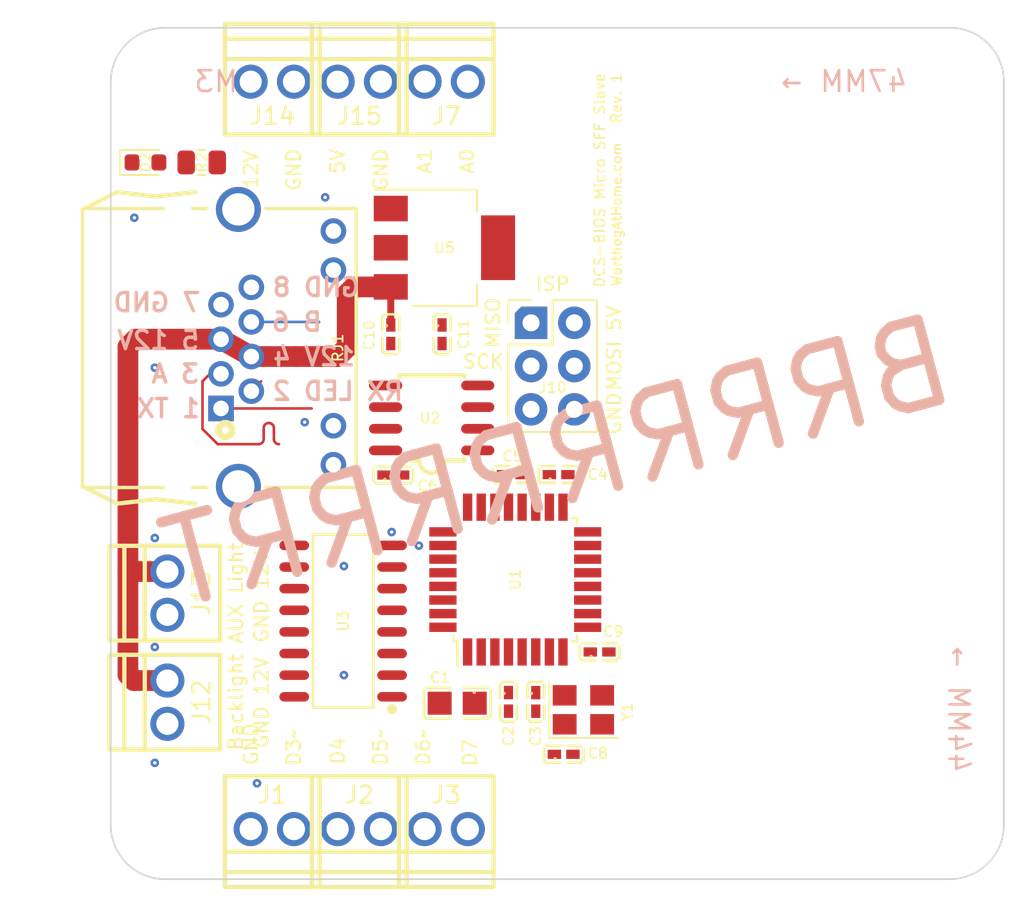
<source format=kicad_pcb>
(kicad_pcb (version 20211014) (generator pcbnew)
  (title_block (title "DCS-BIOS Micro SFF Slave") (date "2022-12-04") (rev "1"))
  (layers (0 "F.Cu" signal) (31 "B.Cu" signal) (34 "B.Paste" user) (35 "F.Paste" user) (36 "B.SilkS" user "B.Silkscreen") (37 "F.SilkS" user "F.Silkscreen") (38 "B.Mask" user) (39 "F.Mask" user) (44 "Edge.Cuts" user))
  (net 0 "")
  (net 1 "+5V")
  (net 2 "Net-(C5-Pad2)")
  (net 3 "RESET")
  (net 4 "XTAL1")
  (net 5 "XTAL2")
  (net 6 "Net-(D2-Pad2)")
  (net 7 "D2")
  (net 8 "D3")
  (net 9 "D4")
  (net 10 "D5")
  (net 11 "D6")
  (net 12 "D7")
  (net 13 "D8")
  (net 14 "D9")
  (net 15 "D10")
  (net 16 "D11")
  (net 17 "D12")
  (net 18 "D13")
  (net 19 "A0")
  (net 20 "A1")
  (net 21 "A2")
  (net 22 "A3")
  (net 23 "A4")
  (net 24 "A5")
  (net 25 "TXD")
  (net 26 "RXD")
  (net 27 "RS485+")
  (net 28 "+12V")
  (net 29 "RS485-")
  (net 30 "A6")
  (net 31 "A7")
  (net 32 "BACKLIGHT_BASE")
  (net 33 "AUX_BASE")
  (net 37 "AUX_GND")
  (net 38 "BACKLIGHT_GND")
  (net 39 "GND")
  (footprint "Connector_PinHeader_2.54mm:PinHeader_2x03_P2.54mm_Vertical" (layer "F.Cu") (at 126.91287 97.25665)
    (fp_text reference "J10" (at 1.27 3.795) (layer "F.SilkS") (effects (font (size 0.6096 0.6096) (thickness 0.1016))))
    (fp_text value "AVR-ISP-6")
    (fp_text user "5V" (at 4.87545 -0.27535 90 unlocked) (layer "F.SilkS") (effects (font (size 0.8128 0.8128) (thickness 0.127))))
    (fp_text user "MOSI" (at 4.87545 2.525 90 unlocked) (layer "F.SilkS") (effects (font (size 0.8128 0.8128) (thickness 0.127))))
    (fp_text user "GND" (at 4.87545 5.32535 90 unlocked) (layer "F.SilkS") (effects (font (size 0.8128 0.8128) (thickness 0.127))))
    (fp_text user "ISP" (at 1.275 -2.2756 unlocked) (layer "F.SilkS") (effects (font (size 0.8128 0.8128) (thickness 0.127))))
    (fp_text user "SCK" (at -1.52535 2.275 unlocked) (layer "F.SilkS") (effects (font (size 0.8128 0.8128) (thickness 0.127)) (justify right)))
    (fp_text user "MISO" (at -2.225 0 90 unlocked) (layer "F.SilkS") (effects (font (size 0.8128 0.8128) (thickness 0.127))))
    (fp_line (start -1.33 1.27) (end 1.27 1.27) (layer "F.SilkS") (width 0.12))
    (fp_line (start -1.33 -1.33) (end 0 -1.33) (layer "F.SilkS") (width 0.12))
    (fp_line (start 1.27 1.27) (end 1.27 -1.33) (layer "F.SilkS") (width 0.12))
    (fp_line (start -1.33 6.41) (end 3.87 6.41) (layer "F.SilkS") (width 0.12))
    (fp_line (start 1.27 -1.33) (end 3.87 -1.33) (layer "F.SilkS") (width 0.12))
    (fp_line (start -1.33 1.27) (end -1.33 6.41) (layer "F.SilkS") (width 0.12))
    (fp_line (start 3.87 -1.33) (end 3.87 6.41) (layer "F.SilkS") (width 0.12))
    (fp_line (start -1.33 0) (end -1.33 -1.33) (layer "F.SilkS") (width 0.12))
    (pad "1" thru_hole roundrect (at 0 0) (size 1.905 1.905) (drill 1) (layers *.Cu *.Mask) (roundrect_rratio 0) (chamfer_ratio 0.2) (chamfer top_left) (net 17 "D12"))
    (pad "2" thru_hole circle (at 2.54 0) (size 1.905 1.905) (drill 1) (layers *.Cu *.Mask) (net 1 "+5V"))
    (pad "3" thru_hole circle (at 0 2.54) (size 1.905 1.905) (drill 1) (layers *.Cu *.Mask) (net 18 "D13"))
    (pad "4" thru_hole circle (at 2.54 2.54) (size 1.905 1.905) (drill 1) (layers *.Cu *.Mask) (net 16 "D11"))
    (pad "5" thru_hole circle (at 0 5.08) (size 1.905 1.905) (drill 1) (layers *.Cu *.Mask) (net 3 "RESET"))
    (pad "6" thru_hole circle (at 2.54 5.08) (size 1.905 1.905) (drill 1) (layers *.Cu *.Mask) (net 39 "GND"))
  )
  (footprint "MountingHole:MountingHole_3.2mm_M3" (layer "F.Cu") (at 128.576942 127)
    (fp_text reference "H4" hide)
    (fp_text value "MountingHole")
    (pad "" np_thru_hole circle (at 0 0) (size 3.2 3.2) (drill 3.2) (layers *.Cu *.Mask))
  )
  (footprint "Resistor_SMD:R_0805_2012Metric" (layer "F.Cu") (at 107.576942 87.840588 180)
    (fp_text reference "R2" (at 0 0 90) (layer "F.SilkS") (effects (font (size 0.6096 0.6096) (thickness 0.1016))))
    (fp_text value "1.5K")
    (fp_line (start -0.227064 -0.735) (end 0.227064 -0.735) (layer "F.SilkS") (width 0.12))
    (fp_line (start -0.227064 0.735) (end 0.227064 0.735) (layer "F.SilkS") (width 0.12))
    (pad "1" smd roundrect (at -0.9125 0 180) (size 1.025 1.4) (layers "F.Cu" "F.Paste" "F.Mask") (roundrect_rratio 0.243902439) (net 1 "+5V"))
    (pad "2" smd roundrect (at 0.9125 0 180) (size 1.025 1.4) (layers "F.Cu" "F.Paste" "F.Mask") (roundrect_rratio 0.243902439) (net 6 "Net-(D2-Pad2)"))
  )
  (footprint "A10 KiCad Libraries:C0402" (layer "F.Cu") (at 118.826942 106.193616)
    (fp_text reference "C6" (at 2 0.646972) (layer "F.SilkS") (effects (font (size 0.6096 0.6096) (thickness 0.1016))))
    (fp_text value "1uF")
    (fp_line (start -0.226213 0.498603) (end -1.016307 0.498603) (layer "F.SilkS") (width 0.1524))
    (fp_line (start 0.226213 0.498603) (end 1.016307 0.498603) (layer "F.SilkS") (width 0.1524))
    (fp_line (start -1.016307 -0.498603) (end -0.226213 -0.498603) (layer "F.SilkS") (width 0.1524))
    (fp_line (start 1.168707 0.346203) (end 1.168707 -0.346203) (layer "F.SilkS") (width 0.1524))
    (fp_line (start -1.168707 0.346203) (end -1.168707 -0.346203) (layer "F.SilkS") (width 0.1524))
    (fp_line (start 1.016307 -0.498603) (end 0.226213 -0.498603) (layer "F.SilkS") (width 0.1524))
    (fp_arc (start 1.016307 0.498603) (mid 1.0609 0.390759) (end 1.168707 0.346076) (layer "F.SilkS") (width 0.1524))
    (fp_arc (start -1.016307 0.498603) (mid -1.092512 0.422405) (end -1.16871 0.3462) (layer "F.SilkS") (width 0.1524))
    (fp_circle (center -0.5 0.250013) (end -0.470003 0.250013) (layer "F.SilkS") (width 0.059995) (fill none))
    (pad "1" smd rect (at -0.545085 0) (size 0.790094 0.540005) (layers "F.Cu" "F.Paste" "F.Mask") (net 1 "+5V"))
    (pad "2" smd rect (at 0.545085 0) (size 0.790094 0.540005) (layers "F.Cu" "F.Paste" "F.Mask") (net 39 "GND"))
  )
  (footprint "Package_TO_SOT_SMD:SOT-223-3_TabPin2" (layer "F.Cu") (at 121.826942 92.84756)
    (fp_text reference "U5" (at 0 0) (layer "F.SilkS") (effects (font (size 0.6096 0.6096) (thickness 0.1016))))
    (fp_text value "AMS1117-5.0")
    (fp_line (start -1.85 3.41) (end 1.91 3.41) (layer "F.SilkS") (width 0.12))
    (fp_line (start -4.1 -3.41) (end 1.91 -3.41) (layer "F.SilkS") (width 0.12))
    (fp_line (start 1.91 3.41) (end 1.91 2.15) (layer "F.SilkS") (width 0.12))
    (fp_line (start 1.91 -3.41) (end 1.91 -2.15) (layer "F.SilkS") (width 0.12))
    (pad "1" smd rect (at -3.15 -2.3) (size 2 1.5) (layers "F.Cu" "F.Paste" "F.Mask") (net 39 "GND"))
    (pad "2" smd rect (at 3.15 0) (size 2 3.8) (layers "F.Cu" "F.Paste" "F.Mask") (net 1 "+5V"))
    (pad "2" smd rect (at -3.15 0) (size 2 1.5) (layers "F.Cu" "F.Paste" "F.Mask") (net 1 "+5V"))
    (pad "3" smd rect (at -3.15 2.3) (size 2 1.5) (layers "F.Cu" "F.Paste" "F.Mask") (net 28 "+12V"))
  )
  (footprint "MountingHole:MountingHole_3.2mm_M3" (layer "F.Cu") (at 105 127)
    (fp_text reference "H3" hide)
    (fp_text value "MountingHole")
    (pad "" np_thru_hole circle (at 0 0) (size 3.2 3.2) (drill 3.2) (layers *.Cu *.Mask))
  )
  (footprint "A10 KiCad Libraries:C0402" (layer "F.Cu") (at 127.187871 119.514392 -90)
    (fp_text reference "C3" (at 2.016282 0 90) (layer "F.SilkS") (effects (font (size 0.6096 0.6096) (thickness 0.1016))))
    (fp_text value "1uF")
    (fp_line (start 1.016307 -0.498603) (end 0.226213 -0.498603) (layer "F.SilkS") (width 0.1524))
    (fp_line (start 1.168707 0.346203) (end 1.168707 -0.346203) (layer "F.SilkS") (width 0.1524))
    (fp_line (start -1.016307 -0.498603) (end -0.226213 -0.498603) (layer "F.SilkS") (width 0.1524))
    (fp_line (start -0.226213 0.498603) (end -1.016307 0.498603) (layer "F.SilkS") (width 0.1524))
    (fp_line (start 0.226213 0.498603) (end 1.016307 0.498603) (layer "F.SilkS") (width 0.1524))
    (fp_line (start -1.168707 0.346203) (end -1.168707 -0.346203) (layer "F.SilkS") (width 0.1524))
    (fp_arc (start -1.016307 0.498603) (mid -1.092512 0.422405) (end -1.16871 0.3462) (layer "F.SilkS") (width 0.1524))
    (fp_arc (start 1.016307 0.498603) (mid 1.0609 0.390759) (end 1.168707 0.346076) (layer "F.SilkS") (width 0.1524))
    (fp_circle (center -0.5 0.250013) (end -0.470003 0.250013) (layer "F.SilkS") (width 0.059995) (fill none))
    (pad "1" smd rect (at -0.545085 0 270) (size 0.790094 0.540005) (layers "F.Cu" "F.Paste" "F.Mask") (net 1 "+5V"))
    (pad "2" smd rect (at 0.545085 0 270) (size 0.790094 0.540005) (layers "F.Cu" "F.Paste" "F.Mask") (net 39 "GND"))
  )
  (footprint "A10 KiCad Libraries:CONN-TH_XY308-2.54-2P" (layer "F.Cu") (at 116.826942 82.95005)
    (fp_text reference "J15" (at 0 2.159) (layer "F.SilkS"))
    (fp_text value "Screw_Terminal_01x02")
    (fp_text user "5V" (at -1.27 4.81861 90 unlocked) (layer "F.SilkS") (effects (font (size 0.8128 0.8128) (thickness 0.127))))
    (fp_text user "GND" (at 1.27 5.31861 90) (layer "F.SilkS") (effects (font (size 0.8128 0.8128) (thickness 0.127))))
    (fp_line (start -2.779985 -3.249987) (end 2.78001 -3.249987) (layer "F.SilkS") (width 0.254001))
    (fp_line (start 2.78001 -3.250013) (end 2.78001 3.250013) (layer "F.SilkS") (width 0.254001))
    (fp_line (start -2.779985 -1.17714) (end 2.78001 -1.17714) (layer "F.SilkS") (width 0.254001))
    (fp_line (start -2.779985 -2.374575) (end 2.78001 -2.374575) (layer "F.SilkS") (width 0.254001))
    (fp_line (start -2.78001 -3.250013) (end -2.78001 3.250013) (layer "F.SilkS") (width 0.254001))
    (fp_line (start -2.779985 3.250013) (end 2.78001 3.250013) (layer "F.SilkS") (width 0.254001))
    (pad "1" thru_hole circle (at -1.270003 0.149987) (size 2 2) (drill 1.300025) (layers *.Cu *.Mask) (net 1 "+5V"))
    (pad "2" thru_hole circle (at 1.270003 0.149987) (size 2 2) (drill 1.300025) (layers *.Cu *.Mask) (net 39 "GND"))
  )
  (footprint "A10 KiCad Libraries:C0805" (layer "F.Cu") (at 122.576942 119.590588 180)
    (fp_text reference "C1" (at 1 1.5) (layer "F.SilkS") (effects (font (size 0.6096 0.6096) (thickness 0.1016))))
    (fp_text value "4.7uF")
    (fp_line (start -1.811201 -0.903607) (end -0.401194 -0.903607) (layer "F.SilkS") (width 0.1524))
    (fp_line (start 1.963602 0.751207) (end 1.963602 -0.751207) (layer "F.SilkS") (width 0.1524))
    (fp_line (start -1.963602 0.751207) (end -1.963602 -0.751207) (layer "F.SilkS") (width 0.1524))
    (fp_line (start 0.401194 0.903607) (end 1.811201 0.903607) (layer "F.SilkS") (width 0.1524))
    (fp_line (start -0.401194 0.903607) (end -1.811201 0.903607) (layer "F.SilkS") (width 0.1524))
    (fp_line (start 1.811201 -0.903607) (end 0.401194 -0.903607) (layer "F.SilkS") (width 0.1524))
    (fp_arc (start 1.811202 -0.903607) (mid 1.887413 -0.827418) (end 1.963602 -0.751207) (layer "F.SilkS") (width 0.1524))
    (fp_arc (start -1.963602 -0.751207) (mid -1.890354 -0.783131) (end -1.811201 -0.794044) (layer "F.SilkS") (width 0.1524))
    (fp_circle (center -1 0.624994) (end -0.970003 0.624994) (layer "F.SilkS") (width 0.059995) (fill none))
    (pad "1" smd rect (at -1.029972 0 180) (size 1.410008 1.350013) (layers "F.Cu" "F.Paste" "F.Mask") (net 1 "+5V"))
    (pad "2" smd rect (at 1.029972 0 180) (size 1.410008 1.350013) (layers "F.Cu" "F.Paste" "F.Mask") (net 39 "GND"))
  )
  (footprint "A10 KiCad Libraries:C0402" (layer "F.Cu") (at 125.840264 106.168935)
    (fp_text reference "C5" (at -0.013322 -1.078347) (layer "F.SilkS") (effects (font (size 0.6096 0.6096) (thickness 0.1016))))
    (fp_text value "100nF")
    (fp_line (start -1.168707 0.346203) (end -1.168707 -0.346203) (layer "F.SilkS") (width 0.1524))
    (fp_line (start -1.016307 -0.498603) (end -0.226213 -0.498603) (layer "F.SilkS") (width 0.1524))
    (fp_line (start 0.226213 0.498603) (end 1.016307 0.498603) (layer "F.SilkS") (width 0.1524))
    (fp_line (start -0.226213 0.498603) (end -1.016307 0.498603) (layer "F.SilkS") (width 0.1524))
    (fp_line (start 1.016307 -0.498603) (end 0.226213 -0.498603) (layer "F.SilkS") (width 0.1524))
    (fp_line (start 1.168707 0.346203) (end 1.168707 -0.346203) (layer "F.SilkS") (width 0.1524))
    (fp_arc (start 1.016307 0.498603) (mid 1.0609 0.390759) (end 1.168707 0.346076) (layer "F.SilkS") (width 0.1524))
    (fp_arc (start -1.016307 0.498603) (mid -1.092512 0.422405) (end -1.16871 0.3462) (layer "F.SilkS") (width 0.1524))
    (fp_circle (center -0.5 0.250013) (end -0.470003 0.250013) (layer "F.SilkS") (width 0.059995) (fill none))
    (pad "1" smd rect (at -0.545085 0) (size 0.790094 0.540005) (layers "F.Cu" "F.Paste" "F.Mask") (net 39 "GND"))
    (pad "2" smd rect (at 0.545085 0) (size 0.790094 0.540005) (layers "F.Cu" "F.Paste" "F.Mask") (net 2 "Net-(C5-Pad2)"))
  )
  (footprint "A10 KiCad Libraries:SOP-16_L10.0-W3.9-P1.27-LS6.0-BL" (layer "F.Cu") (at 115.880571 114.76895 90)
    (fp_text reference "U3" (at 0 0 90) (layer "F.SilkS") (effects (font (size 0.6096 0.6096) (thickness 0.1016))))
    (fp_text value "ULN2003A")
    (fp_line (start -5.0762 -1.7714) (end 5.0762 -1.7714) (layer "F.SilkS") (width 0.1524))
    (fp_line (start 5.0762 -1.7714) (end 5.0762 1.7714) (layer "F.SilkS") (width 0.1524))
    (fp_line (start 5.0762 1.7714) (end -5.0762 1.7714) (layer "F.SilkS") (width 0.1524))
    (fp_line (start -5.0762 1.7714) (end -5.0762 -1.7714) (layer "F.SilkS") (width 0.1524))
    (fp_circle (center -5.177292 2.872492) (end -5.027178 2.872492) (layer "F.SilkS") (width 0.3) (fill none))
    (pad "1" smd oval (at -4.445009 2.872492 90) (size 0.559995 1.745009) (layers "F.Cu" "F.Paste" "F.Mask") (net 32 "BACKLIGHT_BASE"))
    (pad "2" smd oval (at -3.175006 2.872492 90) (size 0.559995 1.745009) (layers "F.Cu" "F.Paste" "F.Mask") (net 32 "BACKLIGHT_BASE"))
    (pad "3" smd oval (at -1.905004 2.872492 90) (size 0.559995 1.745009) (layers "F.Cu" "F.Paste" "F.Mask") (net 32 "BACKLIGHT_BASE"))
    (pad "4" smd oval (at -0.635001 2.872492 90) (size 0.559995 1.745009) (layers "F.Cu" "F.Paste" "F.Mask") (net 33 "AUX_BASE"))
    (pad "5" smd oval (at 0.635001 2.872492 90) (size 0.559995 1.745009) (layers "F.Cu" "F.Paste" "F.Mask") (net 33 "AUX_BASE"))
    (pad "6" smd oval (at 1.905004 2.872492 90) (size 0.559995 1.745009) (layers "F.Cu" "F.Paste" "F.Mask") (net 33 "AUX_BASE"))
    (pad "7" smd oval (at 3.175006 2.872492 90) (size 0.559995 1.745009) (layers "F.Cu" "F.Paste" "F.Mask"))
    (pad "8" smd oval (at 4.445009 2.872492 90) (size 0.559995 1.745009) (layers "F.Cu" "F.Paste" "F.Mask") (net 39 "GND"))
    (pad "9" smd oval (at 4.445009 -2.872492 90) (size 0.559995 1.745009) (layers "F.Cu" "F.Paste" "F.Mask"))
    (pad "10" smd oval (at 3.175006 -2.872492 90) (size 0.559995 1.745009) (layers "F.Cu" "F.Paste" "F.Mask"))
    (pad "11" smd oval (at 1.905004 -2.872492 90) (size 0.559995 1.745009) (layers "F.Cu" "F.Paste" "F.Mask") (net 37 "AUX_GND"))
    (pad "12" smd oval (at 0.635001 -2.872492 90) (size 0.559995 1.745009) (layers "F.Cu" "F.Paste" "F.Mask") (net 37 "AUX_GND"))
    (pad "13" smd oval (at -0.635001 -2.872492 90) (size 0.559995 1.745009) (layers "F.Cu" "F.Paste" "F.Mask") (net 37 "AUX_GND"))
    (pad "14" smd oval (at -1.905004 -2.872492 90) (size 0.559995 1.745009) (layers "F.Cu" "F.Paste" "F.Mask") (net 38 "BACKLIGHT_GND"))
    (pad "15" smd oval (at -3.175006 -2.872492 90) (size 0.559995 1.745009) (layers "F.Cu" "F.Paste" "F.Mask") (net 38 "BACKLIGHT_GND"))
    (pad "16" smd oval (at -4.445009 -2.872492 90) (size 0.559995 1.745009) (layers "F.Cu" "F.Paste" "F.Mask") (net 38 "BACKLIGHT_GND"))
  )
  (footprint "A10 KiCad Libraries:C0402" (layer "F.Cu") (at 121.68787 97.92756 -90)
    (fp_text reference "C11" (at 0 -1.27 90) (layer "F.SilkS") (effects (font (size 0.6096 0.6096) (thickness 0.1016))))
    (fp_text value "1uF")
    (fp_line (start -1.168707 0.346203) (end -1.168707 -0.346203) (layer "F.SilkS") (width 0.1524))
    (fp_line (start 1.168707 0.346203) (end 1.168707 -0.346203) (layer "F.SilkS") (width 0.1524))
    (fp_line (start -0.226213 0.498603) (end -1.016307 0.498603) (layer "F.SilkS") (width 0.1524))
    (fp_line (start 0.226213 0.498603) (end 1.016307 0.498603) (layer "F.SilkS") (width 0.1524))
    (fp_line (start 1.016307 -0.498603) (end 0.226213 -0.498603) (layer "F.SilkS") (width 0.1524))
    (fp_line (start -1.016307 -0.498603) (end -0.226213 -0.498603) (layer "F.SilkS") (width 0.1524))
    (fp_arc (start 1.016307 0.498603) (mid 1.0609 0.390759) (end 1.168707 0.346076) (layer "F.SilkS") (width 0.1524))
    (fp_arc (start -1.016307 0.498603) (mid -1.092512 0.422405) (end -1.16871 0.3462) (layer "F.SilkS") (width 0.1524))
    (fp_circle (center -0.5 0.250013) (end -0.470003 0.250013) (layer "F.SilkS") (width 0.059995) (fill none))
    (pad "1" smd rect (at -0.545085 0 270) (size 0.790094 0.540005) (layers "F.Cu" "F.Paste" "F.Mask") (net 1 "+5V"))
    (pad "2" smd rect (at 0.545085 0 270) (size 0.790094 0.540005) (layers "F.Cu" "F.Paste" "F.Mask") (net 39 "GND"))
  )
  (footprint "A10 KiCad Libraries:C0402" (layer "F.Cu") (at 125.58787 119.512485 -90)
    (fp_text reference "C2" (at 2.018189 0 90) (layer "F.SilkS") (effects (font (size 0.6096 0.6096) (thickness 0.1016))))
    (fp_text value "1uF")
    (fp_line (start 0.226213 0.498603) (end 1.016307 0.498603) (layer "F.SilkS") (width 0.1524))
    (fp_line (start -1.016307 -0.498603) (end -0.226213 -0.498603) (layer "F.SilkS") (width 0.1524))
    (fp_line (start 1.016307 -0.498603) (end 0.226213 -0.498603) (layer "F.SilkS") (width 0.1524))
    (fp_line (start -0.226213 0.498603) (end -1.016307 0.498603) (layer "F.SilkS") (width 0.1524))
    (fp_line (start -1.168707 0.346203) (end -1.168707 -0.346203) (layer "F.SilkS") (width 0.1524))
    (fp_line (start 1.168707 0.346203) (end 1.168707 -0.346203) (layer "F.SilkS") (width 0.1524))
    (fp_arc (start -1.016307 0.498603) (mid -1.092512 0.422405) (end -1.16871 0.3462) (layer "F.SilkS") (width 0.1524))
    (fp_arc (start 1.016307 0.498603) (mid 1.0609 0.390759) (end 1.168707 0.346076) (layer "F.SilkS") (width 0.1524))
    (fp_circle (center -0.5 0.250013) (end -0.470003 0.250013) (layer "F.SilkS") (width 0.059995) (fill none))
    (pad "1" smd rect (at -0.545085 0 270) (size 0.790094 0.540005) (layers "F.Cu" "F.Paste" "F.Mask") (net 1 "+5V"))
    (pad "2" smd rect (at 0.545085 0 270) (size 0.790094 0.540005) (layers "F.Cu" "F.Paste" "F.Mask") (net 39 "GND"))
  )
  (footprint "A10 KiCad Libraries:SOIC-8_L5.0-W4.0-P1.27-LS6.0-BL" (layer "F.Cu") (at 121.076942 102.840588 90)
    (fp_text reference "U2" (at -0.000001 -0.088894 180) (layer "F.SilkS") (effects (font (size 0.6096 0.6096) (thickness 0.1016))))
    (fp_text value "MAX487ESA+T")
    (fp_line (start 2.5 1.905004) (end 2.408585 1.905004) (layer "F.SilkS") (width 0.254001))
    (fp_line (start 2.5 -1.905004) (end 2.408585 -1.905004) (layer "F.SilkS") (width 0.254001))
    (fp_line (start 2.5 -1.5) (end 2.5 1.5) (layer "F.SilkS") (width 0.254001))
    (fp_line (start 2.5 1.5) (end 2.5 1.905004) (layer "F.SilkS") (width 0.254001))
    (fp_line (start -2.5 1.5) (end -2.5 1.905004) (layer "F.SilkS") (width 0.254001))
    (fp_line (start -2.5 -1.5) (end -2.5 -1.905004) (layer "F.SilkS") (width 0.254001))
    (fp_line (start -2.5 -1.5) (end -2.5 -0.726289) (layer "F.SilkS") (width 0.254001))
    (fp_line (start -2.5 1.5) (end -2.5 0.726568) (layer "F.SilkS") (width 0.254001))
    (fp_line (start 2.5 -1.5) (end 2.5 -1.905004) (layer "F.SilkS") (width 0.254001))
    (fp_line (start -2.5 -1.905004) (end -2.408585 -1.905004) (layer "F.SilkS") (width 0.254001))
    (fp_line (start -2.5 1.905004) (end -2.408585 1.905004) (layer "F.SilkS") (width 0.254001))
    (fp_arc (start -2.5 0.726568) (mid -3.220316 -0.0023) (end -2.495097 -0.726289) (layer "F.SilkS") (width 0.254001))
    (fp_circle (center -2.74458 2.693452) (end -2.59218 2.693452) (layer "F.SilkS") (width 0.127) (fill solid))
    (pad "1" smd oval (at -1.905004 2.705105 90) (size 0.568402 1.950216) (layers "F.Cu" "F.Paste" "F.Mask") (net 26 "RXD"))
    (pad "2" smd oval (at -0.635001 2.705105 90) (size 0.568402 1.950216) (layers "F.Cu" "F.Paste" "F.Mask") (net 7 "D2"))
    (pad "3" smd oval (at 0.635001 2.705105 90) (size 0.568402 1.950216) (layers "F.Cu" "F.Paste" "F.Mask") (net 7 "D2"))
    (pad "4" smd oval (at 1.905004 2.705105 90) (size 0.568402 1.950216) (layers "F.Cu" "F.Paste" "F.Mask") (net 25 "TXD"))
    (pad "5" smd oval (at 1.905004 -2.705105 90) (size 0.568402 1.950216) (layers "F.Cu" "F.Paste" "F.Mask") (net 39 "GND"))
    (pad "6" smd oval (at 0.635001 -2.705105 90) (size 0.568402 1.950216) (layers "F.Cu" "F.Paste" "F.Mask") (net 27 "RS485+"))
    (pad "7" smd oval (at -0.635001 -2.705105 90) (size 0.568402 1.950216) (layers "F.Cu" "F.Paste" "F.Mask") (net 29 "RS485-"))
    (pad "8" smd oval (at -1.905004 -2.705105 90) (size 0.568402 1.950216) (layers "F.Cu" "F.Paste" "F.Mask") (net 1 "+5V"))
  )
  (footprint "A10 KiCad Libraries:CONN-TH_XY308-2.54-2P" (layer "F.Cu") (at 111.721542 82.95005)
    (fp_text reference "J14" (at 0 2.159) (layer "F.SilkS"))
    (fp_text value "Screw_Terminal_01x02")
    (fp_text user "GND" (at 1.258721 5.31861 90) (layer "F.SilkS") (effects (font (size 0.8128 0.8128) (thickness 0.127))))
    (fp_text user "12V" (at -1.241279 5.31861 90 unlocked) (layer "F.SilkS") (effects (font (size 0.8128 0.8128) (thickness 0.127))))
    (fp_line (start -2.779985 -2.374575) (end 2.78001 -2.374575) (layer "F.SilkS") (width 0.254001))
    (fp_line (start -2.779985 3.250013) (end 2.78001 3.250013) (layer "F.SilkS") (width 0.254001))
    (fp_line (start -2.779985 -3.249987) (end 2.78001 -3.249987) (layer "F.SilkS") (width 0.254001))
    (fp_line (start -2.78001 -3.250013) (end -2.78001 3.250013) (layer "F.SilkS") (width 0.254001))
    (fp_line (start -2.779985 -1.17714) (end 2.78001 -1.17714) (layer "F.SilkS") (width 0.254001))
    (fp_line (start 2.78001 -3.250013) (end 2.78001 3.250013) (layer "F.SilkS") (width 0.254001))
    (pad "1" thru_hole circle (at -1.270003 0.149987) (size 2 2) (drill 1.300025) (layers *.Cu *.Mask) (net 28 "+12V"))
    (pad "2" thru_hole circle (at 1.270003 0.149987) (size 2 2) (drill 1.300025) (layers *.Cu *.Mask) (net 39 "GND"))
  )
  (footprint "LED_SMD:LED_0603_1608Metric" (layer "F.Cu") (at 104.274943 87.840588)
    (fp_text reference "D2" (at 0 0 90) (layer "F.SilkS") (effects (font (size 0.6096 0.6096) (thickness 0.1016))))
    (fp_text value "LED")
    (fp_line (start -1.485 -0.735) (end -1.485 0.735) (layer "F.SilkS") (width 0.12))
    (fp_line (start -1.485 0.735) (end 0.8 0.735) (layer "F.SilkS") (width 0.12))
    (fp_line (start 0.8 -0.735) (end -1.485 -0.735) (layer "F.SilkS") (width 0.12))
    (pad "1" smd roundrect (at -0.7875 0) (size 0.875 0.95) (layers "F.Cu" "F.Paste" "F.Mask") (net 39 "GND"))
    (pad "2" smd roundrect (at 0.7875 0) (size 0.875 0.95) (layers "F.Cu" "F.Paste" "F.Mask") (net 6 "Net-(D2-Pad2)"))
  )
  (footprint "A10 KiCad Libraries:C0402" (layer "F.Cu") (at 118.677342 97.92756 -90)
    (fp_text reference "C10" (at 0.067818 1.27 90) (layer "F.SilkS") (effects (font (size 0.6096 0.6096) (thickness 0.1016))))
    (fp_text value "10uF")
    (fp_line (start -1.016307 -0.498603) (end -0.226213 -0.498603) (layer "F.SilkS") (width 0.1524))
    (fp_line (start 1.016307 -0.498603) (end 0.226213 -0.498603) (layer "F.SilkS") (width 0.1524))
    (fp_line (start 0.226213 0.498603) (end 1.016307 0.498603) (layer "F.SilkS") (width 0.1524))
    (fp_line (start -0.226213 0.498603) (end -1.016307 0.498603) (layer "F.SilkS") (width 0.1524))
    (fp_line (start 1.168707 0.346203) (end 1.168707 -0.346203) (layer "F.SilkS") (width 0.1524))
    (fp_line (start -1.168707 0.346203) (end -1.168707 -0.346203) (layer "F.SilkS") (width 0.1524))
    (fp_arc (start -1.016307 0.498603) (mid -1.092512 0.422405) (end -1.16871 0.3462) (layer "F.SilkS") (width 0.1524))
    (fp_arc (start 1.016307 0.498603) (mid 1.0609 0.390759) (end 1.168707 0.346076) (layer "F.SilkS") (width 0.1524))
    (fp_circle (center -0.5 0.250013) (end -0.470003 0.250013) (layer "F.SilkS") (width 0.059995) (fill none))
    (pad "1" smd rect (at -0.545085 0 270) (size 0.790094 0.540005) (layers "F.Cu" "F.Paste" "F.Mask") (net 28 "+12V") (clearance 0.1524))
    (pad "2" smd rect (at 0.545085 0 270) (size 0.790094 0.540005) (layers "F.Cu" "F.Paste" "F.Mask") (net 39 "GND") (clearance 0.1524))
  )
  (footprint "MountingHole:MountingHole_3.2mm_M3" (layer "F.Cu") (at 105 83)
    (fp_text reference "H1" hide)
    (fp_text value "MountingHole")
    (pad "" np_thru_hole circle (at 0 0) (size 3.2 3.2) (drill 3.2) (layers *.Cu *.Mask))
  )
  (footprint "A10 KiCad Libraries:CONN-TH_XY308-2.54-2P" (layer "F.Cu") (at 111.721542 127.13121 180)
    (fp_text reference "J1" (at 0 2.159) (layer "F.SilkS"))
    (fp_text value "Screw_Terminal_01x02")
    (fp_text user "D3~" (at -1.260521 4.95721 90 unlocked) (layer "F.SilkS") (effects (font (size 0.8128 0.8128) (thickness 0.127))))
    (fp_text user "GND" (at 1.243229 5.13929 90 unlocked) (layer "F.SilkS") (effects (font (size 0.8128 0.8128) (thickness 0.127))))
    (fp_line (start -2.779985 -2.374575) (end 2.78001 -2.374575) (layer "F.SilkS") (width 0.254001))
    (fp_line (start 2.78001 -3.250013) (end 2.78001 3.250013) (layer "F.SilkS") (width 0.254001))
    (fp_line (start -2.779985 3.250013) (end 2.78001 3.250013) (layer "F.SilkS") (width 0.254001))
    (fp_line (start -2.779985 -3.249987) (end 2.78001 -3.249987) (layer "F.SilkS") (width 0.254001))
    (fp_line (start -2.78001 -3.250013) (end -2.78001 3.250013) (layer "F.SilkS") (width 0.254001))
    (fp_line (start -2.779985 -1.17714) (end 2.78001 -1.17714) (layer "F.SilkS") (width 0.254001))
    (pad "1" thru_hole circle (at -1.270003 0.149987 180) (size 2 2) (drill 1.300025) (layers *.Cu *.Mask) (net 8 "D3"))
    (pad "2" thru_hole circle (at 1.270003 0.149987 180) (size 2 2) (drill 1.300025) (layers *.Cu *.Mask) (net 39 "GND"))
  )
  (footprint "A10 KiCad Libraries:CONN-TH_XY308-2.54-2P" (layer "F.Cu") (at 116.826942 127.13121 180)
    (fp_text reference "J2" (at 0 2.159) (layer "F.SilkS"))
    (fp_text value "Screw_Terminal_01x02")
    (fp_text user "D4" (at 1.249579 4.73924 90 unlocked) (layer "F.SilkS") (effects (font (size 0.8128 0.8128) (thickness 0.127))))
    (fp_text user "D5~" (at -1.252921 4.95721 270) (layer "F.SilkS") (effects (font (size 0.8128 0.8128) (thickness 0.127))))
    (fp_line (start -2.779985 3.250013) (end 2.78001 3.250013) (layer "F.SilkS") (width 0.254001))
    (fp_line (start -2.779985 -3.249987) (end 2.78001 -3.249987) (layer "F.SilkS") (width 0.254001))
    (fp_line (start -2.779985 -2.374575) (end 2.78001 -2.374575) (layer "F.SilkS") (width 0.254001))
    (fp_line (start -2.779985 -1.17714) (end 2.78001 -1.17714) (layer "F.SilkS") (width 0.254001))
    (fp_line (start -2.78001 -3.250013) (end -2.78001 3.250013) (layer "F.SilkS") (width 0.254001))
    (fp_line (start 2.78001 -3.250013) (end 2.78001 3.250013) (layer "F.SilkS") (width 0.254001))
    (pad "1" thru_hole circle (at -1.270003 0.149987 180) (size 2 2) (drill 1.300025) (layers *.Cu *.Mask) (net 10 "D5"))
    (pad "2" thru_hole circle (at 1.270003 0.149987 180) (size 2 2) (drill 1.300025) (layers *.Cu *.Mask) (net 9 "D4"))
  )
  (footprint "A10 KiCad Libraries:C0402" (layer "F.Cu") (at 128.530359 106.168935)
    (fp_text reference "C4" (at 2.296832 0) (layer "F.SilkS") (effects (font (size 0.6096 0.6096) (thickness 0.1016))))
    (fp_text value "1uF")
    (fp_line (start -0.226213 0.498603) (end -1.016307 0.498603) (layer "F.SilkS") (width 0.1524))
    (fp_line (start 1.016307 -0.498603) (end 0.226213 -0.498603) (layer "F.SilkS") (width 0.1524))
    (fp_line (start -1.168707 0.346203) (end -1.168707 -0.346203) (layer "F.SilkS") (width 0.1524))
    (fp_line (start -1.016307 -0.498603) (end -0.226213 -0.498603) (layer "F.SilkS") (width 0.1524))
    (fp_line (start 1.168707 0.346203) (end 1.168707 -0.346203) (layer "F.SilkS") (width 0.1524))
    (fp_line (start 0.226213 0.498603) (end 1.016307 0.498603) (layer "F.SilkS") (width 0.1524))
    (fp_arc (start -1.016307 0.498603) (mid -1.092512 0.422405) (end -1.16871 0.3462) (layer "F.SilkS") (width 0.1524))
    (fp_arc (start 1.016307 0.498603) (mid 1.0609 0.390759) (end 1.168707 0.346076) (layer "F.SilkS") (width 0.1524))
    (fp_circle (center -0.5 0.250013) (end -0.470003 0.250013) (layer "F.SilkS") (width 0.059995) (fill none))
    (pad "1" smd rect (at -0.545085 0) (size 0.790094 0.540005) (layers "F.Cu" "F.Paste" "F.Mask") (net 1 "+5V"))
    (pad "2" smd rect (at 0.545085 0) (size 0.790094 0.540005) (layers "F.Cu" "F.Paste" "F.Mask") (net 39 "GND"))
  )
  (footprint "A10 KiCad Libraries:RJ45-TH_B-1-1" (layer "F.Cu") (at 108.612936 98.72766 -90)
    (fp_text reference "RJ1" (at 0 -6.957064 90) (layer "F.SilkS") (effects (font (size 0.6096 0.6096) (thickness 0.1016))))
    (fp_text value "RJ45-B-1*1")
    (fp_text user "B 6" (at -1.523999 -4.544064) (layer "B.SilkS") (effects (font (size 1.0668 1.0668) (thickness 0.2032)) (justify mirror)))
    (fp_text user "12V 4" (at 0.508001 -5.560064 unlocked) (layer "B.SilkS") (effects (font (size 1.0668 1.0668) (thickness 0.2032)) (justify mirror)))
    (fp_text user "5 12V" (at -0.444499 1.066594 unlocked) (layer "B.SilkS") (effects (font (size 1.0668 1.0668) (thickness 0.2032)) (justify left mirror)))
    (fp_text user "3 A" (at 1.524001 2.590594) (layer "B.SilkS") (effects (font (size 1.0668 1.0668) (thickness 0.2032)) (justify mirror)))
    (fp_text user "RX LED 2" (at 2.540001 -6.957064 180) (layer "B.SilkS") (effects (font (size 1.0668 1.0668) (thickness 0.2032)) (justify mirror)))
    (fp_text user "7 GND" (at -2.666999 0.990394) (layer "B.SilkS") (effects (font (size 1.0668 1.0668) (thickness 0.2032)) (justify left mirror)))
    (fp_text user "GND 8" (at -3.555999 -5.687064) (layer "B.SilkS") (effects (font (size 1.0668 1.0668) (thickness 0.2032)) (justify mirror)))
    (fp_text user "1 TX" (at 3.556001 2.990644 180) (layer "B.SilkS") (effects (font (size 1.0668 1.0668) (thickness 0.2032)) (justify mirror)))
    (fp_line (start 9.144018 5.999492) (end 8.890018 3.713487) (layer "F.SilkS") (width 0.254001))
    (fp_line (start -8.183896 8.031496) (end -8.183896 3.284227) (layer "F.SilkS") (width 0.20066))
    (fp_line (start -9.144018 5.999492) (end -8.890018 3.713487) (layer "F.SilkS") (width 0.254001))
    (fp_line (start -8.890018 3.713487) (end -9.144018 1.427483) (layer "F.SilkS") (width 0.254001))
    (fp_line (start 8.890018 3.713487) (end 9.144018 1.427483) (layer "F.SilkS") (width 0.254001))
    (fp_line (start 6.941834 -8.031496) (end -4.607569 -8.031496) (layer "F.SilkS") (width 0.20066))
    (fp_line (start -8.183896 1.590043) (end -8.183896 0.731521) (layer "F.SilkS") (width 0.20066))
    (fp_line (start -8.183896 -2.715265) (end -8.183896 -8.031496) (layer "F.SilkS") (width 0.20066))
    (fp_line (start -8.128016 8.031496) (end -9.144018 5.999492) (layer "F.SilkS") (width 0.254001))
    (fp_line (start 8.196596 3.284227) (end 8.196596 8.031496) (layer "F.SilkS") (width 0.20066))
    (fp_line (start 8.196596 1.590043) (end 8.196596 0.731521) (layer "F.SilkS") (width 0.20066))
    (fp_line (start 8.196596 -8.031496) (end 6.670053 -8.031496) (layer "F.SilkS") (width 0.20066))
    (fp_line (start 8.196596 -2.715265) (end 8.196596 -8.031496) (layer "F.SilkS") (width 0.20066))
    (fp_line (start -8.183896 -8.031496) (end -4.366269 -8.031496) (layer "F.SilkS") (width 0.20066))
    (fp_line (start 8.128016 8.031496) (end 9.144018 5.999492) (layer "F.SilkS") (width 0.254001))
    (fp_line (start 8.196596 8.031496) (end -8.183896 8.031496) (layer "F.SilkS") (width 0.20066))
    (fp_circle (center 8.252731 7.843536) (end 8.282703 7.843536) (layer "F.SilkS") (width 0.059995) (fill none))
    (fp_circle (center 4.82601 -0.347981) (end 5.025908 -0.347981) (layer "F.SilkS") (width 0.4) (fill none))
    (pad "" np_thru_hole circle (at -6.350013 2.443485 270) (size 3.249987 3.249987) (drill 3.249987) (layers *.Cu *.Mask))
    (pad "" np_thru_hole circle (at 6.350013 2.443485 270) (size 3.249987 3.249987) (drill 3.249987) (layers *.Cu *.Mask))
    (pad "0" thru_hole circle (at 8.130048 -1.116586 270) (size 2.641605 2.641605) (drill 1.900025) (layers *.Cu *.Mask) (net 39 "GND"))
    (pad "0" thru_hole circle (at -8.130048 -1.116586 270) (size 2.641605 2.641605) (drill 1.900025) (layers *.Cu *.Mask) (net 39 "GND"))
    (pad "1" thru_hole rect (at 3.556007 -0.09652 90) (size 1.498603 1.498603) (drill 0.914402) (layers *.Cu *.Mask) (net 25 "TXD"))
    (pad "2" thru_hole circle (at 2.540005 -1.877064 270) (size 1.498603 1.498603) (drill 0.914402) (layers *.Cu *.Mask) (net 26 "RXD"))
    (pad "3" thru_hole circle (at 1.524003 -0.09652 270) (size 1.498603 1.498603) (drill 0.914402) (layers *.Cu *.Mask) (net 27 "RS485+"))
    (pad "4" thru_hole circle (at 0.508001 -1.877064 270) (size 1.498603 1.498603) (drill 0.914402) (layers *.Cu *.Mask) (net 28 "+12V"))
    (pad "5" thru_hole circle (at -0.508001 -0.09652 270) (size 1.498603 1.498603) (drill 0.914402) (layers *.Cu *.Mask) (net 28 "+12V"))
    (pad "6" thru_hole circle (at -1.524003 -1.877064 270) (size 1.498603 1.498603) (drill 0.914402) (layers *.Cu *.Mask) (net 29 "RS485-"))
    (pad "7" thru_hole circle (at -2.540005 -0.09652 270) (size 1.498603 1.498603) (drill 0.914402) (layers *.Cu *.Mask) (net 39 "GND"))
    (pad "8" thru_hole circle (at -3.556007 -1.877064 270) (size 1.498603 1.498603) (drill 0.914402) (layers *.Cu *.Mask) (net 39 "GND"))
    (pad "9" thru_hole circle (at 6.860554 -6.695453 270) (size 1.498603 1.498603) (drill 0.914402) (layers *.Cu *.Mask))
    (pad "10" thru_hole circle (at 4.569469 -6.695453 270) (size 1.498603 1.498603) (drill 0.914402) (layers *.Cu *.Mask))
    (pad "11" thru_hole circle (at -4.569469 -6.695453 270) (size 1.498603 1.498603) (drill 0.914402) (layers *.Cu *.Mask))
    (pad "12" thru_hole circle (at -6.860554 -6.695453 270) (size 1.498603 1.498603) (drill 0.914402) (layers *.Cu *.Mask))
  )
  (footprint "A10 KiCad Libraries:C0402" (layer "F.Cu") (at 130.937282 116.58165)
    (fp_text reference "C9" (at 0.8001 -1.20015) (layer "F.SilkS") (effects (font (size 0.6096 0.6096) (thickness 0.1016))))
    (fp_text value "15pF")
    (fp_line (start -1.168707 0.346203) (end -1.168707 -0.346203) (layer "F.SilkS") (width 0.1524))
    (fp_line (start 0.226213 0.498603) (end 1.016307 0.498603) (layer "F.SilkS") (width 0.1524))
    (fp_line (start -1.016307 -0.498603) (end -0.226213 -0.498603) (layer "F.SilkS") (width 0.1524))
    (fp_line (start 1.168707 0.346203) (end 1.168707 -0.346203) (layer "F.SilkS") (width 0.1524))
    (fp_line (start -0.226213 0.498603) (end -1.016307 0.498603) (layer "F.SilkS") (width 0.1524))
    (fp_line (start 1.016307 -0.498603) (end 0.226213 -0.498603) (layer "F.SilkS") (width 0.1524))
    (fp_arc (start 1.016307 0.498603) (mid 1.0609 0.390759) (end 1.168707 0.346076) (layer "F.SilkS") (width 0.1524))
    (fp_arc (start -1.016307 0.498603) (mid -1.092512 0.422405) (end -1.16871 0.3462) (layer "F.SilkS") (width 0.1524))
    (fp_circle (center -0.5 0.250013) (end -0.470003 0.250013) (layer "F.SilkS") (width 0.059995) (fill none))
    (pad "1" smd rect (at -0.545085 0) (size 0.790094 0.540005) (layers "F.Cu" "F.Paste" "F.Mask") (net 5 "XTAL2"))
    (pad "2" smd rect (at 0.545085 0) (size 0.790094 0.540005) (layers "F.Cu" "F.Paste" "F.Mask") (net 39 "GND"))
  )
  (footprint "A10 KiCad Libraries:CONN-TH_XY308-2.54-2P" (layer "F.Cu") (at 105.41 113.12946 90)
    (fp_text reference "J13" (at 0 2.159 90) (layer "F.SilkS"))
    (fp_text value "Screw_Terminal_01x02")
    (fp_text user "AUX Light" (at 0.000013 4.172721 90 unlocked) (layer "F.SilkS") (effects (font (size 0.8128 0.8128) (thickness 0.127))))
    (fp_text user "GND" (at -1.66361 5.672721 90) (layer "F.SilkS") (effects (font (size 0.8128 0.8128) (thickness 0.127))))
    (fp_text user "12V" (at 1.33639 5.672721 90) (layer "F.SilkS") (effects (font (size 0.8128 0.8128) (thickness 0.127))))
    (fp_line (start -2.78001 -3.250013) (end -2.78001 3.250013) (layer "F.SilkS") (width 0.254001))
    (fp_line (start 2.78001 -3.250013) (end 2.78001 3.250013) (layer "F.SilkS") (width 0.254001))
    (fp_line (start -2.779985 3.250013) (end 2.78001 3.250013) (layer "F.SilkS") (width 0.254001))
    (fp_line (start -2.779985 -2.374575) (end 2.78001 -2.374575) (layer "F.SilkS") (width 0.254001))
    (fp_line (start -2.779985 -3.249987) (end 2.78001 -3.249987) (layer "F.SilkS") (width 0.254001))
    (fp_line (start -2.779985 -1.17714) (end 2.78001 -1.17714) (layer "F.SilkS") (width 0.254001))
    (pad "1" thru_hole circle (at -1.270003 0.149987 90) (size 2 2) (drill 1.300025) (layers *.Cu *.Mask) (net 37 "AUX_GND"))
    (pad "2" thru_hole circle (at 1.270003 0.149987 90) (size 2 2) (drill 1.300025) (layers *.Cu *.Mask) (net 28 "+12V"))
  )
  (footprint "A10 KiCad Libraries:CONN-TH_XY308-2.54-2P" (layer "F.Cu") (at 105.41 119.53026 90)
    (fp_text reference "J12" (at 0 2.159 90) (layer "F.SilkS"))
    (fp_text value "Screw_Terminal_01x02")
    (fp_text user "12V" (at 1.53639 5.672721 90) (layer "F.SilkS") (effects (font (size 0.8128 0.8128) (thickness 0.127))))
    (fp_text user "GND" (at -1.46361 5.672721 90) (layer "F.SilkS") (effects (font (size 0.8128 0.8128) (thickness 0.127))))
    (fp_text user "Backlight" (at 0.000013 4.172721 90 unlocked) (layer "F.SilkS") (effects (font (size 0.8128 0.8128) (thickness 0.127))))
    (fp_line (start -2.779985 -1.17714) (end 2.78001 -1.17714) (layer "F.SilkS") (width 0.254001))
    (fp_line (start -2.779985 3.250013) (end 2.78001 3.250013) (layer "F.SilkS") (width 0.254001))
    (fp_line (start -2.779985 -2.374575) (end 2.78001 -2.374575) (layer "F.SilkS") (width 0.254001))
    (fp_line (start 2.78001 -3.250013) (end 2.78001 3.250013) (layer "F.SilkS") (width 0.254001))
    (fp_line (start -2.78001 -3.250013) (end -2.78001 3.250013) (layer "F.SilkS") (width 0.254001))
    (fp_line (start -2.779985 -3.249987) (end 2.78001 -3.249987) (layer "F.SilkS") (width 0.254001))
    (pad "1" thru_hole circle (at -1.270003 0.149987 90) (size 2 2) (drill 1.300025) (layers *.Cu *.Mask) (net 38 "BACKLIGHT_GND"))
    (pad "2" thru_hole circle (at 1.270003 0.149987 90) (size 2 2) (drill 1.300025) (layers *.Cu *.Mask) (net 28 "+12V"))
  )
  (footprint "Crystal:Crystal_SMD_3225-4Pin_3.2x2.5mm" (layer "F.Cu") (at 129.985368 119.978071)
    (fp_text reference "Y1" (at 2.586262 0.112517 90) (layer "F.SilkS") (effects (font (size 0.6096 0.6096) (thickness 0.1016))))
    (fp_text value "Crystal_GND24")
    (fp_line (start -2 -1.65) (end -2 1.65) (layer "F.SilkS") (width 0.12))
    (fp_line (start -2 1.65) (end 2 1.65) (layer "F.SilkS") (width 0.12))
    (pad "1" smd rect (at -1.1 0.85) (size 1.4 1.2) (layers "F.Cu" "F.Paste" "F.Mask") (net 4 "XTAL1"))
    (pad "2" smd rect (at 1.1 0.85) (size 1.4 1.2) (layers "F.Cu" "F.Paste" "F.Mask") (net 39 "GND"))
    (pad "3" smd rect (at 1.1 -0.85) (size 1.4 1.2) (layers "F.Cu" "F.Paste" "F.Mask") (net 5 "XTAL2"))
    (pad "4" smd rect (at -1.1 -0.85) (size 1.4 1.2) (layers "F.Cu" "F.Paste" "F.Mask") (net 39 "GND"))
  )
  (footprint "Package_QFP:TQFP-32_7x7mm_P0.8mm" (layer "F.Cu") (at 125.98787 112.33165 90)
    (fp_text reference "U1" (at 0 0 90) (layer "F.SilkS") (effects (font (size 0.6096 0.6096) (thickness 0.1016))))
    (fp_text value "ATmega328P-AU")
    (fp_line (start 3.625 3.625) (end 3.3 3.625) (layer "F.SilkS") (width 0.15))
    (fp_line (start -3.625 -3.625) (end -3.625 -3.4) (layer "F.SilkS") (width 0.15))
    (fp_line (start 3.625 3.625) (end 3.625 3.3) (layer "F.SilkS") (width 0.15))
    (fp_line (start -3.625 3.625) (end -3.625 3.3) (layer "F.SilkS") (width 0.15))
    (fp_line (start 3.625 -3.625) (end 3.3 -3.625) (layer "F.SilkS") (width 0.15))
    (fp_line (start -3.625 -3.4) (end -5.05 -3.4) (layer "F.SilkS") (width 0.15))
    (fp_line (start -3.625 3.625) (end -3.3 3.625) (layer "F.SilkS") (width 0.15))
    (fp_line (start 3.625 -3.625) (end 3.625 -3.3) (layer "F.SilkS") (width 0.15))
    (fp_line (start -3.625 -3.625) (end -3.3 -3.625) (layer "F.SilkS") (width 0.15))
    (pad "1" smd rect (at -4.25 -2.8 90) (size 1.6 0.55) (layers "F.Cu" "F.Paste" "F.Mask") (net 8 "D3"))
    (pad "2" smd rect (at -4.25 -2 90) (size 1.6 0.55) (layers "F.Cu" "F.Paste" "F.Mask") (net 9 "D4"))
    (pad "3" smd rect (at -4.25 -1.2 90) (size 1.6 0.55) (layers "F.Cu" "F.Paste" "F.Mask") (net 39 "GND"))
    (pad "4" smd rect (at -4.25 -0.4 90) (size 1.6 0.55) (layers "F.Cu" "F.Paste" "F.Mask") (net 1 "+5V"))
    (pad "5" smd rect (at -4.25 0.4 90) (size 1.6 0.55) (layers "F.Cu" "F.Paste" "F.Mask") (net 39 "GND"))
    (pad "6" smd rect (at -4.25 1.2 90) (size 1.6 0.55) (layers "F.Cu" "F.Paste" "F.Mask") (net 1 "+5V"))
    (pad "7" smd rect (at -4.25 2 90) (size 1.6 0.55) (layers "F.Cu" "F.Paste" "F.Mask") (net 4 "XTAL1"))
    (pad "8" smd rect (at -4.25 2.8 90) (size 1.6 0.55) (layers "F.Cu" "F.Paste" "F.Mask") (net 5 "XTAL2"))
    (pad "9" smd rect (at -2.8 4.25 180) (size 1.6 0.55) (layers "F.Cu" "F.Paste" "F.Mask") (net 10 "D5"))
    (pad "10" smd rect (at -2 4.25 180) (size 1.6 0.55) (layers "F.Cu" "F.Paste" "F.Mask") (net 11 "D6"))
    (pad "11" smd rect (at -1.2 4.25 180) (size 1.6 0.55) (layers "F.Cu" "F.Paste" "F.Mask") (net 12 "D7"))
    (pad "12" smd rect (at -0.4 4.25 180) (size 1.6 0.55) (layers "F.Cu" "F.Paste" "F.Mask") (net 13 "D8"))
    (pad "13" smd rect (at 0.4 4.25 180) (size 1.6 0.55) (layers "F.Cu" "F.Paste" "F.Mask") (net 14 "D9"))
    (pad "14" smd rect (at 1.2 4.25 180) (size 1.6 0.55) (layers "F.Cu" "F.Paste" "F.Mask") (net 15 "D10"))
    (pad "15" smd rect (at 2 4.25 180) (size 1.6 0.55) (layers "F.Cu" "F.Paste" "F.Mask") (net 16 "D11"))
    (pad "16" smd rect (at 2.8 4.25 180) (size 1.6 0.55) (layers "F.Cu" "F.Paste" "F.Mask") (net 17 "D12"))
    (pad "17" smd rect (at 4.25 2.8 90) (size 1.6 0.55) (layers "F.Cu" "F.Paste" "F.Mask") (net 18 "D13"))
    (pad "18" smd rect (at 4.25 2 90) (size 1.6 0.55) (layers "F.Cu" "F.Paste" "F.Mask") (net 1 "+5V"))
    (pad "19" smd rect (at 4.25 1.2 90) (size 1.6 0.55) (layers "F.Cu" "F.Paste" "F.Mask") (net 30 "A6"))
    (pad "20" smd rect (at 4.25 0.4 90) (size 1.6 0.55) (layers "F.Cu" "F.Paste" "F.Mask") (net 2 "Net-(C5-Pad2)"))
    (pad "21" smd rect (at 4.25 -0.4 90) (size 1.6 0.55) (layers "F.Cu" "F.Paste" "F.Mask") (net 39 "GND"))
    (pad "22" smd rect (at 4.25 -1.2 90) (size 1.6 0.55) (layers "F.Cu" "F.Paste" "F.Mask") (net 31 "A7"))
    (pad "23" smd rect (at 4.25 -2 90) (size 1.6 0.55) (layers "F.Cu" "F.Paste" "F.Mask") (net 19 "A0"))
    (pad "24" smd rect (at 4.25 -2.8 90) (size 1.6 0.55) (layers "F.Cu" "F.Paste" "F.Mask") (net 20 "A1"))
    (pad "25" smd rect (at 2.8 -4.25 180) (size 1.6 0.55) (layers "F.Cu" "F.Paste" "F.Mask") (net 21 "A2"))
    (pad "26" smd rect (at 2 -4.25 180) (size 1.6 0.55) (layers "F.Cu" "F.Paste" "F.Mask") (net 22 "A3"))
    (pad "27" smd rect (at 1.2 -4.25 180) (size 1.6 0.55) (layers "F.Cu" "F.Paste" "F.Mask") (net 23 "A4"))
    (pad "28" smd rect (at 0.4 -4.25 180) (size 1.6 0.55) (layers "F.Cu" "F.Paste" "F.Mask") (net 24 "A5"))
    (pad "29" smd rect (at -0.4 -4.25 180) (size 1.6 0.55) (layers "F.Cu" "F.Paste" "F.Mask") (net 3 "RESET"))
    (pad "30" smd rect (at -1.2 -4.25 180) (size 1.6 0.55) (layers "F.Cu" "F.Paste" "F.Mask") (net 26 "RXD"))
    (pad "31" smd rect (at -2 -4.25 180) (size 1.6 0.55) (layers "F.Cu" "F.Paste" "F.Mask") (net 25 "TXD"))
    (pad "32" smd rect (at -2.8 -4.25 180) (size 1.6 0.55) (layers "F.Cu" "F.Paste" "F.Mask") (net 7 "D2"))
  )
  (footprint "MountingHole:MountingHole_3.2mm_M3" (layer "F.Cu") (at 128.576942 83)
    (fp_text reference "H2" hide)
    (fp_text value "MountingHole")
    (pad "" np_thru_hole circle (at 0 0) (size 3.2 3.2) (drill 3.2) (layers *.Cu *.Mask))
  )
  (footprint "A10 KiCad Libraries:C0402" (layer "F.Cu") (at 128.826942 122.590588)
    (fp_text reference "C8" (at 2.00025 -0.067274) (layer "F.SilkS") (effects (font (size 0.6096 0.6096) (thickness 0.1016))))
    (fp_text value "15pF")
    (fp_line (start -1.168707 0.346203) (end -1.168707 -0.346203) (layer "F.SilkS") (width 0.1524))
    (fp_line (start 1.016307 -0.498603) (end 0.226213 -0.498603) (layer "F.SilkS") (width 0.1524))
    (fp_line (start -0.226213 0.498603) (end -1.016307 0.498603) (layer "F.SilkS") (width 0.1524))
    (fp_line (start 0.226213 0.498603) (end 1.016307 0.498603) (layer "F.SilkS") (width 0.1524))
    (fp_line (start -1.016307 -0.498603) (end -0.226213 -0.498603) (layer "F.SilkS") (width 0.1524))
    (fp_line (start 1.168707 0.346203) (end 1.168707 -0.346203) (layer "F.SilkS") (width 0.1524))
    (fp_arc (start -1.016307 0.498603) (mid -1.092512 0.422405) (end -1.16871 0.3462) (layer "F.SilkS") (width 0.1524))
    (fp_arc (start 1.016307 0.498603) (mid 1.0609 0.390759) (end 1.168707 0.346076) (layer "F.SilkS") (width 0.1524))
    (fp_circle (center -0.5 0.250013) (end -0.470003 0.250013) (layer "F.SilkS") (width 0.059995) (fill none))
    (pad "1" smd rect (at -0.545085 0) (size 0.790094 0.540005) (layers "F.Cu" "F.Paste" "F.Mask") (net 39 "GND"))
    (pad "2" smd rect (at 0.545085 0) (size 0.790094 0.540005) (layers "F.Cu" "F.Paste" "F.Mask") (net 4 "XTAL1"))
  )
  (footprint "A10 KiCad Libraries:CONN-TH_XY308-2.54-2P" (layer "F.Cu") (at 121.932342 127.13121 180)
    (fp_text reference "J3" (at 0 2.159) (layer "F.SilkS"))
    (fp_text value "Screw_Terminal_01x02")
    (fp_text user "D6~" (at 1.3554 4.95721 270) (layer "F.SilkS") (effects (font (size 0.8128 0.8128) (thickness 0.127))))
    (fp_text user "D7" (at -1.3946 4.63971 270) (layer "F.SilkS") (effects (font (size 0.8128 0.8128) (thickness 0.127))))
    (fp_line (start -2.78001 -3.250013) (end -2.78001 3.250013) (layer "F.SilkS") (width 0.254001))
    (fp_line (start -2.779985 -2.374575) (end 2.78001 -2.374575) (layer "F.SilkS") (width 0.254001))
    (fp_line (start 2.78001 -3.250013) (end 2.78001 3.250013) (layer "F.SilkS") (width 0.254001))
    (fp_line (start -2.779985 -1.17714) (end 2.78001 -1.17714) (layer "F.SilkS") (width 0.254001))
    (fp_line (start -2.779985 3.250013) (end 2.78001 3.250013) (layer "F.SilkS") (width 0.254001))
    (fp_line (start -2.779985 -3.249987) (end 2.78001 -3.249987) (layer "F.SilkS") (width 0.254001))
    (pad "1" thru_hole circle (at -1.270003 0.149987 180) (size 2 2) (drill 1.300025) (layers *.Cu *.Mask) (net 12 "D7"))
    (pad "2" thru_hole circle (at 1.270003 0.149987 180) (size 2 2) (drill 1.300025) (layers *.Cu *.Mask) (net 11 "D6"))
  )
  (footprint "A10 KiCad Libraries:CONN-TH_XY308-2.54-2P" (layer "F.Cu") (at 121.932342 82.95005)
    (fp_text reference "J7" (at 0 2.159) (layer "F.SilkS"))
    (fp_text value "Screw_Terminal_01x02")
    (fp_text user "A1" (at -1.277479 4.81861 90 unlocked) (layer "F.SilkS") (effects (font (size 0.8128 0.8128) (thickness 0.127))))
    (fp_text user "A0" (at 1.222521 4.81861 90 unlocked) (layer "F.SilkS") (effects (font (size 0.8128 0.8128) (thickness 0.127))))
    (fp_line (start -2.779985 3.250013) (end 2.78001 3.250013) (layer "F.SilkS") (width 0.254001))
    (fp_line (start -2.779985 -2.374575) (end 2.78001 -2.374575) (layer "F.SilkS") (width 0.254001))
    (fp_line (start -2.779985 -3.249987) (end 2.78001 -3.249987) (layer "F.SilkS") (width 0.254001))
    (fp_line (start -2.78001 -3.250013) (end -2.78001 3.250013) (layer "F.SilkS") (width 0.254001))
    (fp_line (start -2.779985 -1.17714) (end 2.78001 -1.17714) (layer "F.SilkS") (width 0.254001))
    (fp_line (start 2.78001 -3.250013) (end 2.78001 3.250013) (layer "F.SilkS") (width 0.254001))
    (pad "1" thru_hole circle (at -1.270003 0.149987) (size 2 2) (drill 1.300025) (layers *.Cu *.Mask) (net 20 "A1"))
    (pad "2" thru_hole circle (at 1.270003 0.149987) (size 2 2) (drill 1.300025) (layers *.Cu *.Mask) (net 19 "A0"))
  )
  (gr_line (start 151.5 129.921) (end 105.41 129.921) (layer "Edge.Cuts") (width 0.1))
  (gr_arc (start 105.41 129.921) (mid 103.164039 128.981477) (end 102.235 126.73116) (layer "Edge.Cuts") (width 0.1))
  (gr_line (start 105.41 79.9338) (end 151.5 79.9338) (layer "Edge.Cuts") (width 0.1))
  (gr_arc (start 151.5 79.9338) (mid 153.753061 80.867324) (end 154.673629 83.12571) (layer "Edge.Cuts") (width 0.1))
  (gr_arc (start 102.235 83.12571) (mid 103.163915 80.874659) (end 105.41 79.9338) (layer "Edge.Cuts") (width 0.1))
  (gr_line (start 154.673629 83.12571) (end 154.673629 126.73116) (layer "Edge.Cuts") (width 0.1))
  (gr_arc (start 154.673629 126.73116) (mid 153.745463 128.981371) (end 151.5 129.921) (layer "Edge.Cuts") (width 0.1))
  (gr_line (start 102.235 126.73116) (end 102.235 83.12571) (layer "Edge.Cuts") (width 0.1))
  (gr_text "44MM →" (at 152.028092 119.891938 270) (layer "B.SilkS") (effects (font (size 1.2192 1.2192) (thickness 0.1524)) (justify mirror)))
  (gr_text "47MM →" (at 145.227242 83.087338) (layer "B.SilkS") (effects (font (size 1.2192 1.2192) (thickness 0.1524)) (justify mirror)))
  (gr_text "M3" (at 108.422642 83.087338) (layer "B.SilkS") (effects (font (size 1.2192 1.2192) (thickness 0.1524)) (justify mirror)))
  (gr_text "BRRRRRRRRT" (at 128.425142 105.490138 15) (layer "B.SilkS") (effects (font (size 4.8768 4.8768) (thickness 0.6096)) (justify mirror)))
  (gr_text "${TITLE}\nRev. ${REVISION}" (at 131.43787 82.53165 90) (layer "F.SilkS") (effects (font (size 0.6096 0.6096) (thickness 0.1016)) (justify right)))
  (gr_text "WarthogAtHome.com" (at 131.93787 86.614 90) (layer "F.SilkS") (effects (font (size 0.5588 0.5588) (thickness 0.1016)) (justify right)))
  (segment (start 108.709456 102.283667) (end 114.029413 102.283667) (width 0.1524) (layer "F.Cu") (net 25))
  (segment (start 111.068127 100.689538) (end 110.49 101.267665) (width 0.1524) (layer "F.Cu") (net 26))
  (segment (start 107.622542 100.689538) (end 107.622542 103.489888) (width 0.1524) (layer "F.Cu") (net 27))
  (segment (start 108.709456 100.251663) (end 108.060417 100.251663) (width 0.1524) (layer "F.Cu") (net 27))
  (segment (start 111.214236 103.681282) (end 111.214714 103.68176) (width 0.1524) (layer "F.Cu") (net 27))
  (segment (start 111.814714 103.68176) (end 111.814714 104.08176) (width 0.1524) (layer "F.Cu") (net 27))
  (segment (start 111.214236 103.437745) (end 111.214236 103.681282) (width 0.1524) (layer "F.Cu") (net 27))
  (segment (start 111.814236 103.681282) (end 111.814714 103.68176) (width 0.1524) (layer "F.Cu") (net 27))
  (segment (start 111.814236 103.437745) (end 111.814236 103.681282) (width 0.1524) (layer "F.Cu") (net 27))
  (segment (start 107.622542 103.489888) (end 108.514414 104.38176) (width 0.1524) (layer "F.Cu") (net 27))
  (segment (start 108.060417 100.251663) (end 107.622542 100.689538) (width 0.1524) (layer "F.Cu") (net 27))
  (segment (start 108.514414 104.38176) (end 110.914714 104.38176) (width 0.1524) (layer "F.Cu") (net 27))
  (segment (start 111.214714 104.08176) (end 111.214714 103.68176) (width 0.1524) (layer "F.Cu") (net 27))
  (arc (start 110.914714 104.38176) (mid 111.126846 104.293892) (end 111.214714 104.08176) (width 0.1524) (layer "F.Cu") (net 27))
  (arc (start 111.514236 103.137745) (mid 111.726368 103.225613) (end 111.814236 103.437745) (width 0.1524) (layer "F.Cu") (net 27))
  (arc (start 111.214236 103.437745) (mid 111.302104 103.225613) (end 111.514236 103.137745) (width 0.1524) (layer "F.Cu") (net 27))
  (arc (start 111.814714 104.08176) (mid 111.902582 104.293892) (end 112.114714 104.38176) (width 0.1524) (layer "F.Cu") (net 27))
  (segment (start 116.521084 95.14756) (end 118.676942 95.14756) (width 1.2192) (layer "F.Cu") (net 28))
  (segment (start 118.677342 95.14796) (end 118.676942 95.14756) (width 0.4064) (layer "F.Cu") (net 28))
  (segment (start 118.677342 97.382475) (end 118.677342 95.14796) (width 0.4064) (layer "F.Cu") (net 28))
  (segment (start 103.691621 98.219659) (end 103.2446 98.66668) (width 1.2192) (layer "F.Cu") (net 28))
  (segment (start 103.2446 98.66668) (end 103.2446 111.86833) (width 1.2192) (layer "F.Cu") (net 28))
  (segment (start 103.2446 117.914296) (end 103.590561 118.260257) (width 1.2192) (layer "F.Cu") (net 28))
  (segment (start 115.574661 99.235661) (end 116.121034 98.689288) (width 1.2192) (layer "F.Cu") (net 28))
  (segment (start 103.590561 118.260257) (end 105.559987 118.260257) (width 1.2192) (layer "F.Cu") (net 28))
  (segment (start 113.107568 99.205012) (end 113.138217 99.235661) (width 0.8128) (layer "F.Cu") (net 28))
  (segment (start 110.49 99.235661) (end 113.076919 99.235661) (width 1.2192) (layer "F.Cu") (net 28))
  (segment (start 108.709456 98.219659) (end 103.691621 98.219659) (width 1.2192) (layer "F.Cu") (net 28))
  (segment (start 110.49 99.235661) (end 108.709456 98.219659) (width 1.2192) (layer "F.Cu") (net 28))
  (segment (start 113.138217 99.235661) (end 115.574661 99.235661) (width 1.2192) (layer "F.Cu") (net 28))
  (segment (start 103.2446 111.86833) (end 103.2446 117.914296) (width 1.2192) (layer "F.Cu") (net 28))
  (segment (start 116.121034 95.54761) (end 116.521084 95.14756) (width 1.2192) (layer "F.Cu") (net 28))
  (segment (start 113.107568 99.205012) (end 113.076919 99.235661) (width 0.8128) (layer "F.Cu") (net 28))
  (segment (start 103.253473 111.859457) (end 105.559987 111.859457) (width 1.2192) (layer "F.Cu") (net 28))
  (segment (start 116.121034 98.689288) (end 116.121034 95.54761) (width 1.2192) (layer "F.Cu") (net 28))
  (segment (start 103.2446 111.86833) (end 103.253473 111.859457) (width 1.2192) (layer "F.Cu") (net 28))
  (segment (start 114.464188 97.212362) (end 114.463796 97.21197) (width 0.1524) (layer "F.Cu") (net 29))
  (segment (start 114.455483 97.203657) (end 110.49 97.203657) (width 0.1524) (layer "B.Cu") (net 29))
  (segment (start 114.463796 97.21197) (end 114.455483 97.203657) (width 0.1524) (layer "B.Cu") (net 29))
  (via (at 118.726742 109.540488) (size 0.5) (drill 0.2) (layers "F.Cu" "B.Cu") (net 39))
  (via (at 113.623292 103.089838) (size 0.5) (drill 0.2) (layers "F.Cu" "B.Cu") (net 39))
  (via (at 104.822192 116.291488) (size 0.5) (drill 0.2) (layers "F.Cu" "B.Cu") (net 39))
  (via (at 120.326942 110.340588) (size 0.5) (drill 0.2) (layers "F.Cu" "B.Cu") (net 39))
  (via (at 115.926392 111.540738) (size 0.5) (drill 0.2) (layers "F.Cu" "B.Cu") (net 39))
  (via (at 114.823442 89.888188) (size 0.5) (drill 0.2) (layers "F.Cu" "B.Cu") (net 39))
  (via (at 104.822192 99.889438) (size 0.5) (drill 0.2) (layers "F.Cu" "B.Cu") (net 39))
  (via (at 110.822942 124.292488) (size 0.5) (drill 0.2) (layers "F.Cu" "B.Cu") (net 39))
  (via (at 104.822192 123.092338) (size 0.5) (drill 0.2) (layers "F.Cu" "B.Cu") (net 39))
  (via (at 115.926392 117.941538) (size 0.5) (drill 0.2) (layers "F.Cu" "B.Cu") (net 39))
  (via (at 103.622042 91.088338) (size 0.5) (drill 0.2) (layers "F.Cu" "B.Cu") (net 39))
  (via (at 104.822192 109.890688) (size 0.5) (drill 0.2) (layers "F.Cu" "B.Cu") (net 39))
)
</source>
